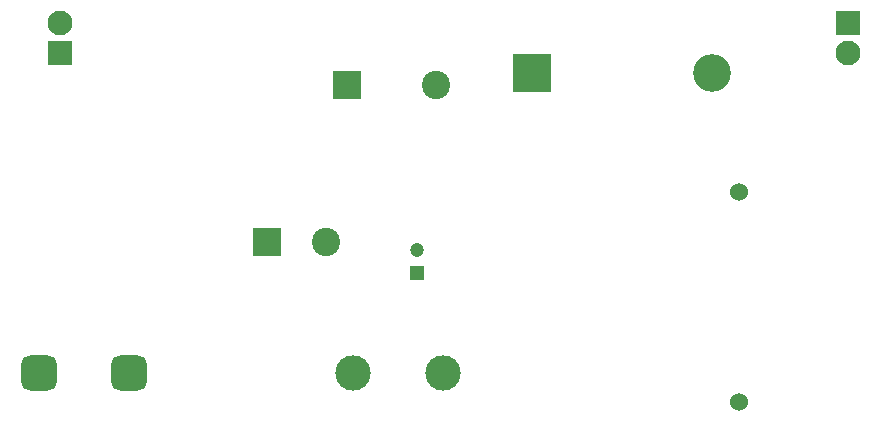
<source format=gbr>
%TF.GenerationSoftware,KiCad,Pcbnew,7.0.7*%
%TF.CreationDate,2023-09-13T14:32:17-04:00*%
%TF.ProjectId,Alim5,416c696d-352e-46b6-9963-61645f706362,rev?*%
%TF.SameCoordinates,Original*%
%TF.FileFunction,Soldermask,Bot*%
%TF.FilePolarity,Negative*%
%FSLAX46Y46*%
G04 Gerber Fmt 4.6, Leading zero omitted, Abs format (unit mm)*
G04 Created by KiCad (PCBNEW 7.0.7) date 2023-09-13 14:32:17*
%MOMM*%
%LPD*%
G01*
G04 APERTURE LIST*
G04 Aperture macros list*
%AMRoundRect*
0 Rectangle with rounded corners*
0 $1 Rounding radius*
0 $2 $3 $4 $5 $6 $7 $8 $9 X,Y pos of 4 corners*
0 Add a 4 corners polygon primitive as box body*
4,1,4,$2,$3,$4,$5,$6,$7,$8,$9,$2,$3,0*
0 Add four circle primitives for the rounded corners*
1,1,$1+$1,$2,$3*
1,1,$1+$1,$4,$5*
1,1,$1+$1,$6,$7*
1,1,$1+$1,$8,$9*
0 Add four rect primitives between the rounded corners*
20,1,$1+$1,$2,$3,$4,$5,0*
20,1,$1+$1,$4,$5,$6,$7,0*
20,1,$1+$1,$6,$7,$8,$9,0*
20,1,$1+$1,$8,$9,$2,$3,0*%
G04 Aperture macros list end*
%ADD10C,1.524000*%
%ADD11R,2.100000X2.100000*%
%ADD12C,2.100000*%
%ADD13RoundRect,0.750000X-0.750000X-0.750000X0.750000X-0.750000X0.750000X0.750000X-0.750000X0.750000X0*%
%ADD14C,3.000000*%
%ADD15R,2.400000X2.400000*%
%ADD16C,2.400000*%
%ADD17R,3.200000X3.200000*%
%ADD18O,3.200000X3.200000*%
%ADD19R,1.200000X1.200000*%
%ADD20C,1.200000*%
G04 APERTURE END LIST*
D10*
%TO.C,L1*%
X166150000Y-121142000D03*
X166150000Y-103362000D03*
%TD*%
D11*
%TO.C,J3*%
X175340000Y-89030000D03*
D12*
X175340000Y-91570000D03*
%TD*%
D13*
%TO.C,F1*%
X106850000Y-118700000D03*
X114470000Y-118700000D03*
D14*
X133440000Y-118700000D03*
X141060000Y-118700000D03*
%TD*%
D15*
%TO.C,C1*%
X126200000Y-107610000D03*
D16*
X131200000Y-107610000D03*
%TD*%
D17*
%TO.C,D1*%
X148630000Y-93250000D03*
D18*
X163870000Y-93250000D03*
%TD*%
D11*
%TO.C,J1*%
X108620000Y-91570000D03*
D12*
X108620000Y-89030000D03*
%TD*%
D15*
%TO.C,C3*%
X132967246Y-94330000D03*
D16*
X140467246Y-94330000D03*
%TD*%
D19*
%TO.C,C2*%
X138890000Y-110252600D03*
D20*
X138890000Y-108252600D03*
%TD*%
M02*

</source>
